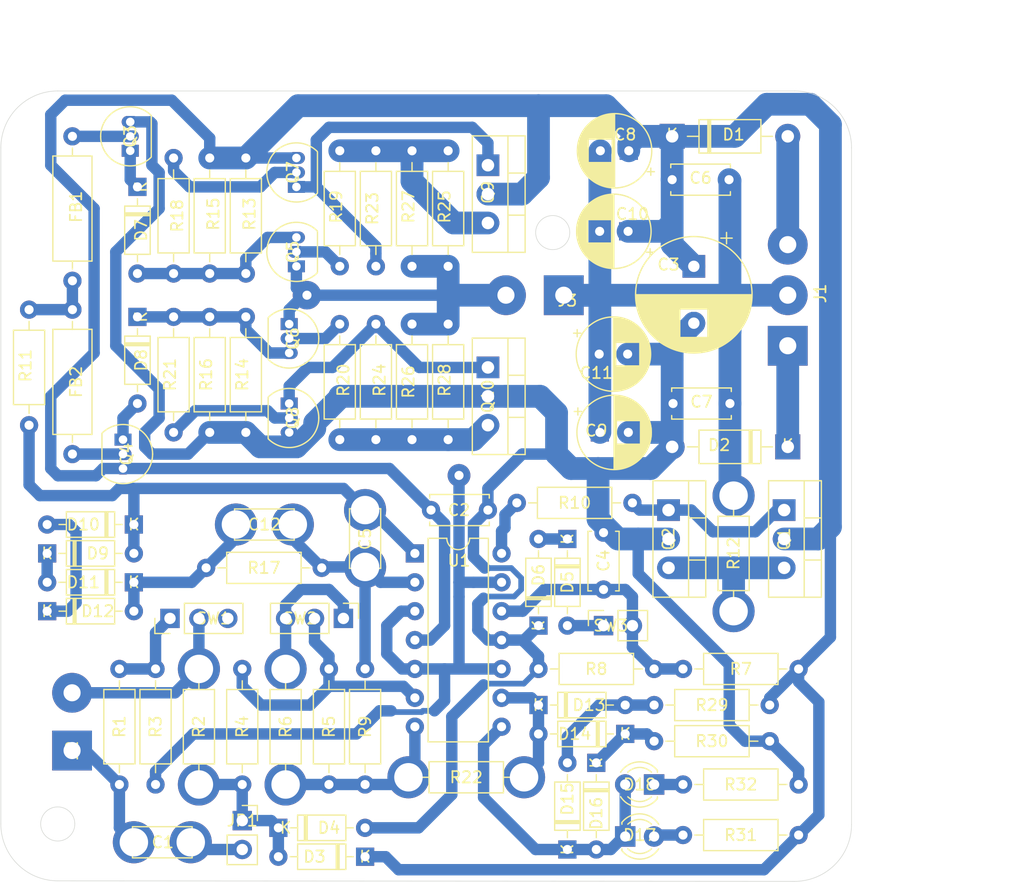
<source format=kicad_pcb>
(kicad_pcb (version 20171130) (host pcbnew 5.1.5+dfsg1-2build2)
  (layers (0 F.Cu signal hide) (31 B.Cu signal) (34 B.Paste user hide) (35 F.Paste user hide) (36 B.SilkS user hide) (37 F.SilkS user hide) (38 B.Mask user hide) (39 F.Mask user hide) (44 Edge.Cuts user))
  (net 0 "")
  (net 1 GND)
  (net 2 /BW_cap)
  (net 3 +15V)
  (net 4 -15V)
  (net 5 /GND_ref)
  (net 6 /DRV_out)
  (net 7 /DRV_fb)
  (net 8 /OUT)
  (net 9 /Vin+)
  (net 10 /Vin-)
  (net 11 /IN_prot)
  (net 12 "Net-(D5-Pad1)")
  (net 13 /Uni_ref)
  (net 14 "Net-(D7-Pad1)")
  (net 15 /Soure_preDrive)
  (net 16 /Sink_preDrive)
  (net 17 "Net-(D8-Pad2)")
  (net 18 "Net-(D11-Pad1)")
  (net 19 "Net-(D10-Pad1)")
  (net 20 /OOR_in)
  (net 21 /OOR_B+)
  (net 22 /OOR_B-)
  (net 23 /OOR_out)
  (net 24 /OOR_LED+)
  (net 25 /OOR_LED-)
  (net 26 /DRV_base)
  (net 27 "Net-(FB1-Pad1)")
  (net 28 "Net-(FB2-Pad1)")
  (net 29 /IN)
  (net 30 /GND_DRV)
  (net 31 "Net-(Q1-Pad3)")
  (net 32 "Net-(Q5-Pad2)")
  (net 33 "Net-(Q6-Pad2)")
  (net 34 /Soucre_Drive)
  (net 35 "Net-(Q7-Pad2)")
  (net 36 "Net-(Q8-Pad2)")
  (net 37 /Sink_Drive)
  (net 38 /Source_CS)
  (net 39 /Sink_CS)
  (net 40 /Termination)
  (net 41 /IN_ampFb)
  (net 42 /IN_ampOut)
  (net 43 "Net-(R6-Pad1)")
  (net 44 "Net-(R10-Pad2)")
  (module Package_DIP:DIP-14_W7.62mm (layer F.Cu) (at 226.625 113.665)
    (fp_text reference U1 (at 3.88 0.635) (layer F.SilkS))
    (fp_text value TL084)
    (pad 1 thru_hole rect (at 0 0) (size 1.6 1.6) (drill 0.8) (layers *.Cu *.Mask) (net 6 /DRV_out))
    (pad 8 thru_hole oval (at 7.62 15.24) (size 1.6 1.6) (drill 0.8) (layers *.Cu *.Mask) (net 23 /OOR_out))
    (pad 2 thru_hole oval (at 0 2.54) (size 1.6 1.6) (drill 0.8) (layers *.Cu *.Mask) (net 7 /DRV_fb))
    (pad 9 thru_hole oval (at 7.62 12.7) (size 1.6 1.6) (drill 0.8) (layers *.Cu *.Mask) (net 20 /OOR_in))
    (pad 3 thru_hole oval (at 0 5.08) (size 1.6 1.6) (drill 0.8) (layers *.Cu *.Mask) (net 1 GND))
    (pad 10 thru_hole oval (at 7.62 10.16) (size 1.6 1.6) (drill 0.8) (layers *.Cu *.Mask) (net 1 GND))
    (pad 4 thru_hole oval (at 0 7.62) (size 1.6 1.6) (drill 0.8) (layers *.Cu *.Mask) (net 3 +15V))
    (pad 11 thru_hole oval (at 7.62 7.62) (size 1.6 1.6) (drill 0.8) (layers *.Cu *.Mask) (net 4 -15V))
    (pad 5 thru_hole oval (at 0 10.16) (size 1.6 1.6) (drill 0.8) (layers *.Cu *.Mask) (net 1 GND))
    (pad 12 thru_hole oval (at 7.62 5.08) (size 1.6 1.6) (drill 0.8) (layers *.Cu *.Mask) (net 5 /GND_ref))
    (pad 6 thru_hole oval (at 0 12.7) (size 1.6 1.6) (drill 0.8) (layers *.Cu *.Mask) (net 41 /IN_ampFb))
    (pad 13 thru_hole oval (at 7.62 2.54) (size 1.6 1.6) (drill 0.8) (layers *.Cu *.Mask) (net 1 GND))
    (pad 7 thru_hole oval (at 0 15.24) (size 1.6 1.6) (drill 0.8) (layers *.Cu *.Mask) (net 42 /IN_ampOut))
    (pad 14 thru_hole oval (at 7.62 0) (size 1.6 1.6) (drill 0.8) (layers *.Cu *.Mask) (net 44 "Net-(R10-Pad2)"))
  )
  (module LED_THT:LED_D3.0mm (layer F.Cu) (at 247.65 133.985 180)
    (fp_text reference D18 (at 1.27 0) (layer F.SilkS))
    (fp_text value LED)
    (pad 2 thru_hole circle (at 2.54 0 180) (size 1.8 1.8) (drill 0.9) (layers *.Cu *.Mask) (net 23 /OOR_out))
    (pad 1 thru_hole rect (at 0 0 180) (size 1.8 1.8) (drill 0.9) (layers *.Cu *.Mask) (net 25 /OOR_LED-))
  )
  (module LED_THT:LED_D3.0mm (layer F.Cu) (at 245.11 138.557)
    (fp_text reference D17 (at 1.27 -0.127) (layer F.SilkS))
    (fp_text value LED)
    (pad 2 thru_hole circle (at 2.54 0) (size 1.8 1.8) (drill 0.9) (layers *.Cu *.Mask) (net 24 /OOR_LED+))
    (pad 1 thru_hole rect (at 0 0) (size 1.8 1.8) (drill 0.9) (layers *.Cu *.Mask) (net 23 /OOR_out))
  )
  (module footprints:R_Socket_L6.3mm_D2.5mm_P10.16mm_Horizontal (layer F.Cu) (at 254.635 108.585 270)
    (fp_text reference R12 (at 5.08 0 90) (layer F.SilkS))
    (fp_text value 10)
    (pad 1 thru_hole circle (at 0 0 270) (size 3.7 3.7) (drill 2.5) (layers *.Cu *.Mask) (net 1 GND))
    (pad 2 thru_hole circle (at 10.16 0 270) (size 3.7 3.7) (drill 2.5) (layers *.Cu *.Mask) (net 31 "Net-(Q1-Pad3)"))
  )
  (module Resistor_THT:R_Axial_DIN0207_L6.3mm_D2.5mm_P10.16mm_Horizontal (layer F.Cu) (at 245.745 109.22 180)
    (fp_text reference R10 (at 5.08 0) (layer F.SilkS))
    (fp_text value 100)
    (pad 2 thru_hole oval (at 10.16 0 180) (size 1.6 1.6) (drill 0.8) (layers *.Cu *.Mask) (net 44 "Net-(R10-Pad2)"))
    (pad 1 thru_hole circle (at 0 0 180) (size 1.6 1.6) (drill 0.8) (layers *.Cu *.Mask) (net 30 /GND_DRV))
  )
  (module footprints:R_Socket_L6.3mm_D2.5mm_P10.16mm_Horizontal (layer F.Cu) (at 236.22 133.35 180)
    (fp_text reference R22 (at 5.08 0) (layer F.SilkS))
    (fp_text value 10k)
    (pad 1 thru_hole circle (at 0 0 180) (size 3.7 3.7) (drill 2.5) (layers *.Cu *.Mask) (net 20 /OOR_in))
    (pad 2 thru_hole circle (at 10.16 0 180) (size 3.7 3.7) (drill 2.5) (layers *.Cu *.Mask) (net 42 /IN_ampOut))
  )
  (module Resistor_THT:R_Axial_DIN0207_L6.3mm_D2.5mm_P10.16mm_Horizontal (layer F.Cu) (at 260.35 133.985 180)
    (fp_text reference R32 (at 5.08 0) (layer F.SilkS))
    (fp_text value 1k)
    (pad 2 thru_hole oval (at 10.16 0 180) (size 1.6 1.6) (drill 0.8) (layers *.Cu *.Mask) (net 25 /OOR_LED-))
    (pad 1 thru_hole circle (at 0 0 180) (size 1.6 1.6) (drill 0.8) (layers *.Cu *.Mask) (net 4 -15V))
  )
  (module Resistor_THT:R_Axial_DIN0207_L6.3mm_D2.5mm_P10.16mm_Horizontal (layer F.Cu) (at 250.19 138.43)
    (fp_text reference R31 (at 5.08 0) (layer F.SilkS))
    (fp_text value 1k)
    (pad 1 thru_hole circle (at 0 0) (size 1.6 1.6) (drill 0.8) (layers *.Cu *.Mask) (net 24 /OOR_LED+))
    (pad 2 thru_hole oval (at 10.16 0) (size 1.6 1.6) (drill 0.8) (layers *.Cu *.Mask) (net 3 +15V))
  )
  (module Resistor_THT:R_Axial_DIN0207_L6.3mm_D2.5mm_P10.16mm_Horizontal (layer F.Cu) (at 257.81 130.175 180)
    (fp_text reference R30 (at 5.08 0) (layer F.SilkS))
    (fp_text value 10k)
    (pad 2 thru_hole oval (at 10.16 0 180) (size 1.6 1.6) (drill 0.8) (layers *.Cu *.Mask) (net 22 /OOR_B-))
    (pad 1 thru_hole circle (at 0 0 180) (size 1.6 1.6) (drill 0.8) (layers *.Cu *.Mask) (net 4 -15V))
  )
  (module Resistor_THT:R_Axial_DIN0207_L6.3mm_D2.5mm_P10.16mm_Horizontal (layer F.Cu) (at 257.81 127 180)
    (fp_text reference R29 (at 5.08 0) (layer F.SilkS))
    (fp_text value 10k)
    (pad 2 thru_hole oval (at 10.16 0 180) (size 1.6 1.6) (drill 0.8) (layers *.Cu *.Mask) (net 21 /OOR_B+))
    (pad 1 thru_hole circle (at 0 0 180) (size 1.6 1.6) (drill 0.8) (layers *.Cu *.Mask) (net 3 +15V))
  )
  (module Resistor_THT:R_Axial_DIN0207_L6.3mm_D2.5mm_P10.16mm_Horizontal (layer F.Cu) (at 229.55 103.66 90)
    (fp_text reference R28 (at 5.235 -0.315 90) (layer F.SilkS))
    (fp_text value 1)
    (pad 2 thru_hole oval (at 10.16 0 90) (size 1.6 1.6) (drill 0.8) (layers *.Cu *.Mask) (net 8 /OUT))
    (pad 1 thru_hole circle (at 0 0 90) (size 1.6 1.6) (drill 0.8) (layers *.Cu *.Mask) (net 39 /Sink_CS))
  )
  (module Resistor_THT:R_Axial_DIN0207_L6.3mm_D2.5mm_P10.16mm_Horizontal (layer F.Cu) (at 226.375 88.42 90)
    (fp_text reference R27 (at 5.235 -0.315 90) (layer F.SilkS))
    (fp_text value 1)
    (pad 2 thru_hole oval (at 10.16 0 90) (size 1.6 1.6) (drill 0.8) (layers *.Cu *.Mask) (net 38 /Source_CS))
    (pad 1 thru_hole circle (at 0 0 90) (size 1.6 1.6) (drill 0.8) (layers *.Cu *.Mask) (net 8 /OUT))
  )
  (module Resistor_THT:R_Axial_DIN0207_L6.3mm_D2.5mm_P10.16mm_Horizontal (layer F.Cu) (at 226.375 103.66 90)
    (fp_text reference R26 (at 5.08 -0.315 90) (layer F.SilkS))
    (fp_text value 1)
    (pad 2 thru_hole oval (at 10.16 0 90) (size 1.6 1.6) (drill 0.8) (layers *.Cu *.Mask) (net 8 /OUT))
    (pad 1 thru_hole circle (at 0 0 90) (size 1.6 1.6) (drill 0.8) (layers *.Cu *.Mask) (net 39 /Sink_CS))
  )
  (module Resistor_THT:R_Axial_DIN0207_L6.3mm_D2.5mm_P10.16mm_Horizontal (layer F.Cu) (at 229.55 88.42 90)
    (fp_text reference R25 (at 5.235 -0.315 90) (layer F.SilkS))
    (fp_text value 1)
    (pad 2 thru_hole oval (at 10.16 0 90) (size 1.6 1.6) (drill 0.8) (layers *.Cu *.Mask) (net 38 /Source_CS))
    (pad 1 thru_hole circle (at 0 0 90) (size 1.6 1.6) (drill 0.8) (layers *.Cu *.Mask) (net 8 /OUT))
  )
  (module Resistor_THT:R_Axial_DIN0207_L6.3mm_D2.5mm_P10.16mm_Horizontal (layer F.Cu) (at 223.2 93.5 270)
    (fp_text reference R24 (at 4.925 -0.32 90) (layer F.SilkS))
    (fp_text value 1k)
    (pad 2 thru_hole oval (at 10.16 0 270) (size 1.6 1.6) (drill 0.8) (layers *.Cu *.Mask) (net 39 /Sink_CS))
    (pad 1 thru_hole circle (at 0 0 270) (size 1.6 1.6) (drill 0.8) (layers *.Cu *.Mask) (net 37 /Sink_Drive))
  )
  (module Resistor_THT:R_Axial_DIN0207_L6.3mm_D2.5mm_P10.16mm_Horizontal (layer F.Cu) (at 223.2 78.26 270)
    (fp_text reference R23 (at 5.08 0.315 90) (layer F.SilkS))
    (fp_text value 1k)
    (pad 2 thru_hole oval (at 10.16 0 270) (size 1.6 1.6) (drill 0.8) (layers *.Cu *.Mask) (net 34 /Soucre_Drive))
    (pad 1 thru_hole circle (at 0 0 270) (size 1.6 1.6) (drill 0.8) (layers *.Cu *.Mask) (net 38 /Source_CS))
  )
  (module Resistor_THT:R_Axial_DIN0207_L6.3mm_D2.5mm_P10.16mm_Horizontal (layer F.Cu) (at 205.42 103.025 90)
    (fp_text reference R21 (at 5.08 -0.315 90) (layer F.SilkS))
    (fp_text value 100)
    (pad 2 thru_hole oval (at 10.16 0 90) (size 1.6 1.6) (drill 0.8) (layers *.Cu *.Mask) (net 16 /Sink_preDrive))
    (pad 1 thru_hole circle (at 0 0 90) (size 1.6 1.6) (drill 0.8) (layers *.Cu *.Mask) (net 36 "Net-(Q8-Pad2)"))
  )
  (module Resistor_THT:R_Axial_DIN0207_L6.3mm_D2.5mm_P10.16mm_Horizontal (layer F.Cu) (at 220.025 93.5 270)
    (fp_text reference R20 (at 4.925 -0.32 90) (layer F.SilkS))
    (fp_text value 1k)
    (pad 2 thru_hole oval (at 10.16 0 270) (size 1.6 1.6) (drill 0.8) (layers *.Cu *.Mask) (net 39 /Sink_CS))
    (pad 1 thru_hole circle (at 0 0 270) (size 1.6 1.6) (drill 0.8) (layers *.Cu *.Mask) (net 33 "Net-(Q6-Pad2)"))
  )
  (module Resistor_THT:R_Axial_DIN0207_L6.3mm_D2.5mm_P10.16mm_Horizontal (layer F.Cu) (at 220.025 88.42 90)
    (fp_text reference R19 (at 5.235 -0.315 90) (layer F.SilkS))
    (fp_text value 1k)
    (pad 2 thru_hole oval (at 10.16 0 90) (size 1.6 1.6) (drill 0.8) (layers *.Cu *.Mask) (net 38 /Source_CS))
    (pad 1 thru_hole circle (at 0 0 90) (size 1.6 1.6) (drill 0.8) (layers *.Cu *.Mask) (net 32 "Net-(Q5-Pad2)"))
  )
  (module Resistor_THT:R_Axial_DIN0207_L6.3mm_D2.5mm_P10.16mm_Horizontal (layer F.Cu) (at 205.42 78.895 270)
    (fp_text reference R18 (at 5.08 -0.32 90) (layer F.SilkS))
    (fp_text value 100)
    (pad 2 thru_hole oval (at 10.16 0 270) (size 1.6 1.6) (drill 0.8) (layers *.Cu *.Mask) (net 15 /Soure_preDrive))
    (pad 1 thru_hole circle (at 0 0 270) (size 1.6 1.6) (drill 0.8) (layers *.Cu *.Mask) (net 35 "Net-(Q7-Pad2)"))
  )
  (module Resistor_THT:R_Axial_DIN0207_L6.3mm_D2.5mm_P10.16mm_Horizontal (layer F.Cu) (at 218.44 114.935 180)
    (fp_text reference R17 (at 5.08 0) (layer F.SilkS))
    (fp_text value 1k)
    (pad 2 thru_hole oval (at 10.16 0 180) (size 1.6 1.6) (drill 0.8) (layers *.Cu *.Mask) (net 8 /OUT))
    (pad 1 thru_hole circle (at 0 0 180) (size 1.6 1.6) (drill 0.8) (layers *.Cu *.Mask) (net 7 /DRV_fb))
  )
  (module Resistor_THT:R_Axial_DIN0207_L6.3mm_D2.5mm_P10.16mm_Horizontal (layer F.Cu) (at 208.595 103.025 90)
    (fp_text reference R16 (at 5.08 -0.315 90) (layer F.SilkS))
    (fp_text value 4.7k)
    (pad 2 thru_hole oval (at 10.16 0 90) (size 1.6 1.6) (drill 0.8) (layers *.Cu *.Mask) (net 16 /Sink_preDrive))
    (pad 1 thru_hole circle (at 0 0 90) (size 1.6 1.6) (drill 0.8) (layers *.Cu *.Mask) (net 4 -15V))
  )
  (module Resistor_THT:R_Axial_DIN0207_L6.3mm_D2.5mm_P10.16mm_Horizontal (layer F.Cu) (at 208.595 89.055 90)
    (fp_text reference R15 (at 5.235 0.32 90) (layer F.SilkS))
    (fp_text value 4.7k)
    (pad 2 thru_hole oval (at 10.16 0 90) (size 1.6 1.6) (drill 0.8) (layers *.Cu *.Mask) (net 3 +15V))
    (pad 1 thru_hole circle (at 0 0 90) (size 1.6 1.6) (drill 0.8) (layers *.Cu *.Mask) (net 15 /Soure_preDrive))
  )
  (module Resistor_THT:R_Axial_DIN0207_L6.3mm_D2.5mm_P10.16mm_Horizontal (layer F.Cu) (at 211.77 103.025 90)
    (fp_text reference R14 (at 5.08 -0.315 90) (layer F.SilkS))
    (fp_text value 4.7k)
    (pad 2 thru_hole oval (at 10.16 0 90) (size 1.6 1.6) (drill 0.8) (layers *.Cu *.Mask) (net 16 /Sink_preDrive))
    (pad 1 thru_hole circle (at 0 0 90) (size 1.6 1.6) (drill 0.8) (layers *.Cu *.Mask) (net 4 -15V))
  )
  (module Resistor_THT:R_Axial_DIN0207_L6.3mm_D2.5mm_P10.16mm_Horizontal (layer F.Cu) (at 211.77 89.055 90)
    (fp_text reference R13 (at 5.235 0.32 90) (layer F.SilkS))
    (fp_text value 4.7k)
    (pad 2 thru_hole oval (at 10.16 0 90) (size 1.6 1.6) (drill 0.8) (layers *.Cu *.Mask) (net 3 +15V))
    (pad 1 thru_hole circle (at 0 0 90) (size 1.6 1.6) (drill 0.8) (layers *.Cu *.Mask) (net 15 /Soure_preDrive))
  )
  (module Resistor_THT:R_Axial_DIN0207_L6.3mm_D2.5mm_P10.16mm_Horizontal (layer F.Cu) (at 192.72 92.23 270)
    (fp_text reference R11 (at 4.925 0.315 90) (layer F.SilkS))
    (fp_text value 100)
    (pad 2 thru_hole oval (at 10.16 0 270) (size 1.6 1.6) (drill 0.8) (layers *.Cu *.Mask) (net 6 /DRV_out))
    (pad 1 thru_hole circle (at 0 0 270) (size 1.6 1.6) (drill 0.8) (layers *.Cu *.Mask) (net 26 /DRV_base))
  )
  (module Resistor_THT:R_Axial_DIN0207_L6.3mm_D2.5mm_P10.16mm_Horizontal (layer F.Cu) (at 222.25 123.825 270)
    (fp_text reference R9 (at 5.08 0 90) (layer F.SilkS))
    (fp_text value 1k)
    (pad 2 thru_hole oval (at 10.16 0 270) (size 1.6 1.6) (drill 0.8) (layers *.Cu *.Mask) (net 42 /IN_ampOut))
    (pad 1 thru_hole circle (at 0 0 270) (size 1.6 1.6) (drill 0.8) (layers *.Cu *.Mask) (net 7 /DRV_fb))
  )
  (module Resistor_THT:R_Axial_DIN0207_L6.3mm_D2.5mm_P10.16mm_Horizontal (layer F.Cu) (at 237.49 123.825)
    (fp_text reference R8 (at 5.08 0) (layer F.SilkS))
    (fp_text value 10k)
    (pad 2 thru_hole oval (at 10.16 0) (size 1.6 1.6) (drill 0.8) (layers *.Cu *.Mask) (net 5 /GND_ref))
    (pad 1 thru_hole circle (at 0 0) (size 1.6 1.6) (drill 0.8) (layers *.Cu *.Mask) (net 4 -15V))
  )
  (module Resistor_THT:R_Axial_DIN0207_L6.3mm_D2.5mm_P10.16mm_Horizontal (layer F.Cu) (at 250.19 123.825)
    (fp_text reference R7 (at 5.08 0) (layer F.SilkS))
    (fp_text value 10k)
    (pad 2 thru_hole oval (at 10.16 0) (size 1.6 1.6) (drill 0.8) (layers *.Cu *.Mask) (net 3 +15V))
    (pad 1 thru_hole circle (at 0 0) (size 1.6 1.6) (drill 0.8) (layers *.Cu *.Mask) (net 5 /GND_ref))
  )
  (module footprints:R_Socket_L6.3mm_D2.5mm_P10.16mm_Horizontal (layer F.Cu) (at 215.265 123.825 270)
    (fp_text reference R6 (at 5.08 0 90) (layer F.SilkS))
    (fp_text value 1k11)
    (pad 1 thru_hole circle (at 0 0 270) (size 3.7 3.7) (drill 2.5) (layers *.Cu *.Mask) (net 43 "Net-(R6-Pad1)"))
    (pad 2 thru_hole circle (at 10.16 0 270) (size 3.7 3.7) (drill 2.5) (layers *.Cu *.Mask) (net 42 /IN_ampOut))
  )
  (module Resistor_THT:R_Axial_DIN0207_L6.3mm_D2.5mm_P10.16mm_Horizontal (layer F.Cu) (at 219.075 123.825 270)
    (fp_text reference R5 (at 5.08 0 90) (layer F.SilkS))
    (fp_text value 10k)
    (pad 2 thru_hole oval (at 10.16 0 270) (size 1.6 1.6) (drill 0.8) (layers *.Cu *.Mask) (net 42 /IN_ampOut))
    (pad 1 thru_hole circle (at 0 0 270) (size 1.6 1.6) (drill 0.8) (layers *.Cu *.Mask) (net 41 /IN_ampFb))
  )
  (module Resistor_THT:R_Axial_DIN0207_L6.3mm_D2.5mm_P10.16mm_Horizontal (layer F.Cu) (at 211.455 133.985 90)
    (fp_text reference R4 (at 5.08 0 90) (layer F.SilkS))
    (fp_text value 1k)
    (pad 2 thru_hole oval (at 10.16 0 90) (size 1.6 1.6) (drill 0.8) (layers *.Cu *.Mask) (net 41 /IN_ampFb))
    (pad 1 thru_hole circle (at 0 0 90) (size 1.6 1.6) (drill 0.8) (layers *.Cu *.Mask) (net 11 /IN_prot))
  )
  (module Resistor_THT:R_Axial_DIN0207_L6.3mm_D2.5mm_P10.16mm_Horizontal (layer F.Cu) (at 203.835 123.825 270)
    (fp_text reference R3 (at 5.08 0 90) (layer F.SilkS))
    (fp_text value 100)
    (pad 2 thru_hole oval (at 10.16 0 270) (size 1.6 1.6) (drill 0.8) (layers *.Cu *.Mask) (net 1 GND))
    (pad 1 thru_hole circle (at 0 0 270) (size 1.6 1.6) (drill 0.8) (layers *.Cu *.Mask) (net 40 /Termination))
  )
  (module footprints:R_Socket_L6.3mm_D2.5mm_P10.16mm_Horizontal (layer F.Cu) (at 207.645 123.825 270)
    (fp_text reference R2 (at 5.08 0 90) (layer F.SilkS))
    (fp_text value 1k)
    (pad 1 thru_hole circle (at 0 0 270) (size 3.7 3.7) (drill 2.5) (layers *.Cu *.Mask) (net 29 /IN))
    (pad 2 thru_hole circle (at 10.16 0 270) (size 3.7 3.7) (drill 2.5) (layers *.Cu *.Mask) (net 11 /IN_prot))
  )
  (module Resistor_THT:R_Axial_DIN0207_L6.3mm_D2.5mm_P10.16mm_Horizontal (layer F.Cu) (at 200.66 123.825 270)
    (fp_text reference R1 (at 5.08 0 90) (layer F.SilkS))
    (fp_text value 100)
    (pad 2 thru_hole oval (at 10.16 0 270) (size 1.6 1.6) (drill 0.8) (layers *.Cu *.Mask) (net 1 GND))
    (pad 1 thru_hole circle (at 0 0 270) (size 1.6 1.6) (drill 0.8) (layers *.Cu *.Mask) (net 40 /Termination))
  )
  (module footprints:C_Socket_D5.0mm_W2.5mm_P5.00mm (layer F.Cu) (at 210.9 111.125)
    (fp_text reference C12 (at 2.5 0) (layer F.SilkS))
    (fp_text value 22p)
    (pad 1 thru_hole circle (at 0 0) (size 3.7 3.7) (drill 2.5) (layers *.Cu *.Mask) (net 8 /OUT))
    (pad 2 thru_hole circle (at 5 0) (size 3.7 3.7) (drill 2.5) (layers *.Cu *.Mask) (net 7 /DRV_fb))
  )
  (module footprints:C_Socket_D5.0mm_W2.5mm_P5.00mm (layer F.Cu) (at 222.25 109.855 270)
    (fp_text reference C5 (at 2.54 0 90) (layer F.SilkS))
    (fp_text value 3p)
    (pad 1 thru_hole circle (at 0 0 270) (size 3.7 3.7) (drill 2.5) (layers *.Cu *.Mask) (net 6 /DRV_out))
    (pad 2 thru_hole circle (at 5 0 270) (size 3.7 3.7) (drill 2.5) (layers *.Cu *.Mask) (net 7 /DRV_fb))
  )
  (module footprints:C_Socket_D5.0mm_W2.5mm_P5.00mm (layer F.Cu) (at 201.93 139.065)
    (fp_text reference C1 (at 2.54 0) (layer F.SilkS))
    (fp_text value 15n)
    (pad 1 thru_hole circle (at 0 0) (size 3.7 3.7) (drill 2.5) (layers *.Cu *.Mask) (net 1 GND))
    (pad 2 thru_hole circle (at 5 0) (size 3.7 3.7) (drill 2.5) (layers *.Cu *.Mask) (net 2 /BW_cap))
  )
  (module Capacitor_THT:CP_Radial_D10.0mm_P5.00mm (layer F.Cu) (at 251.14 88.42 270)
    (fp_text reference C3 (at -0.155 2.22 180) (layer F.SilkS))
    (fp_text value 100u)
    (pad 2 thru_hole circle (at 5 0 270) (size 2 2) (drill 1) (layers *.Cu *.Mask) (net 4 -15V))
    (pad 1 thru_hole rect (at 0 0 270) (size 2 2) (drill 1) (layers *.Cu *.Mask) (net 3 +15V))
  )
  (module Capacitor_THT:C_Disc_D5.0mm_W2.5mm_P5.00mm (layer F.Cu) (at 249.235 80.8)
    (fp_text reference C6 (at 2.5 -0.155) (layer F.SilkS))
    (fp_text value 100n)
    (pad 1 thru_hole circle (at 0 0) (size 1.6 1.6) (drill 0.8) (layers *.Cu *.Mask) (net 3 +15V))
    (pad 2 thru_hole circle (at 5 0) (size 1.6 1.6) (drill 0.8) (layers *.Cu *.Mask) (net 1 GND))
  )
  (module Capacitor_THT:C_Disc_D5.0mm_W2.5mm_P5.00mm (layer F.Cu) (at 228.045 109.855)
    (fp_text reference C2 (at 2.46 0) (layer F.SilkS))
    (fp_text value 100n)
    (pad 1 thru_hole circle (at 0 0) (size 1.6 1.6) (drill 0.8) (layers *.Cu *.Mask) (net 3 +15V))
    (pad 2 thru_hole circle (at 5 0) (size 1.6 1.6) (drill 0.8) (layers *.Cu *.Mask) (net 4 -15V))
  )
  (module Capacitor_THT:C_Disc_D5.0mm_W2.5mm_P5.00mm (layer F.Cu) (at 243.205 116.84 90)
    (fp_text reference C4 (at 2.54 0 90) (layer F.SilkS))
    (fp_text value 100n)
    (pad 2 thru_hole circle (at 5 0 90) (size 1.6 1.6) (drill 0.8) (layers *.Cu *.Mask) (net 4 -15V))
    (pad 1 thru_hole circle (at 0 0 90) (size 1.6 1.6) (drill 0.8) (layers *.Cu *.Mask) (net 5 /GND_ref))
  )
  (module Capacitor_THT:C_Disc_D5.0mm_W2.5mm_P5.00mm (layer F.Cu) (at 254.315 100.485 180)
    (fp_text reference C7 (at 2.5 0.155) (layer F.SilkS))
    (fp_text value 100n)
    (pad 2 thru_hole circle (at 5 0 180) (size 1.6 1.6) (drill 0.8) (layers *.Cu *.Mask) (net 4 -15V))
    (pad 1 thru_hole circle (at 0 0 180) (size 1.6 1.6) (drill 0.8) (layers *.Cu *.Mask) (net 1 GND))
  )
  (module Capacitor_THT:CP_Radial_D6.3mm_P2.50mm (layer F.Cu) (at 245.425 78.26 180)
    (fp_text reference C8 (at 0.315 1.425) (layer F.SilkS))
    (fp_text value 10u)
    (pad 1 thru_hole rect (at 0 0 180) (size 1.6 1.6) (drill 0.8) (layers *.Cu *.Mask) (net 3 +15V))
    (pad 2 thru_hole circle (at 2.5 0 180) (size 1.6 1.6) (drill 0.8) (layers *.Cu *.Mask) (net 1 GND))
  )
  (module Capacitor_THT:CP_Radial_D6.3mm_P2.50mm (layer F.Cu) (at 242.885 103.025)
    (fp_text reference C9 (at -0.315 -0.155) (layer F.SilkS))
    (fp_text value 10u)
    (pad 1 thru_hole rect (at 0 0) (size 1.6 1.6) (drill 0.8) (layers *.Cu *.Mask) (net 1 GND))
    (pad 2 thru_hole circle (at 2.5 0) (size 1.6 1.6) (drill 0.8) (layers *.Cu *.Mask) (net 4 -15V))
  )
  (module Capacitor_THT:CP_Radial_D6.3mm_P2.50mm (layer F.Cu) (at 245.364 85.344 180)
    (fp_text reference C10 (at -0.381 1.524) (layer F.SilkS))
    (fp_text value 10u)
    (pad 2 thru_hole circle (at 2.5 0 180) (size 1.6 1.6) (drill 0.8) (layers *.Cu *.Mask) (net 1 GND))
    (pad 1 thru_hole rect (at 0 0 180) (size 1.6 1.6) (drill 0.8) (layers *.Cu *.Mask) (net 3 +15V))
  )
  (module Capacitor_THT:CP_Radial_D6.3mm_P2.50mm (layer F.Cu) (at 242.824 96.139)
    (fp_text reference C11 (at -0.254 1.651) (layer F.SilkS))
    (fp_text value 10u)
    (pad 1 thru_hole rect (at 0 0) (size 1.6 1.6) (drill 0.8) (layers *.Cu *.Mask) (net 1 GND))
    (pad 2 thru_hole circle (at 2.5 0) (size 1.6 1.6) (drill 0.8) (layers *.Cu *.Mask) (net 4 -15V))
  )
  (module Diode_THT:D_DO-41_SOD81_P10.16mm_Horizontal (layer F.Cu) (at 249.235 76.99)
    (fp_text reference D1 (at 5.4 -0.155) (layer F.SilkS))
    (fp_text value 1N4001)
    (fp_text user K (at 0 -0.155) (layer F.SilkS))
    (pad 2 thru_hole oval (at 10.16 0) (size 2.2 2.2) (drill 1.1) (layers *.Cu *.Mask) (net 9 /Vin+))
    (pad 1 thru_hole rect (at 0 0) (size 2.2 2.2) (drill 1.1) (layers *.Cu *.Mask) (net 3 +15V))
  )
  (module Diode_THT:D_DO-41_SOD81_P10.16mm_Horizontal (layer F.Cu) (at 259.395 104.295 180)
    (fp_text reference D2 (at 6.03 0.155) (layer F.SilkS))
    (fp_text value 1N4001)
    (fp_text user K (at 0 0.155) (layer F.SilkS))
    (pad 1 thru_hole rect (at 0 0 180) (size 2.2 2.2) (drill 1.1) (layers *.Cu *.Mask) (net 10 /Vin-))
    (pad 2 thru_hole oval (at 10.16 0 180) (size 2.2 2.2) (drill 1.1) (layers *.Cu *.Mask) (net 4 -15V))
  )
  (module Diode_THT:D_DO-35_SOD27_P7.62mm_Horizontal (layer F.Cu) (at 222.25 140.335 180)
    (fp_text reference D3 (at 4.445 0) (layer F.SilkS))
    (fp_text value 1N4148)
    (fp_text user K (at 0 0) (layer F.SilkS))
    (pad 2 thru_hole oval (at 7.62 0 180) (size 1.6 1.6) (drill 0.8) (layers *.Cu *.Mask) (net 11 /IN_prot))
    (pad 1 thru_hole rect (at 0 0 180) (size 1.6 1.6) (drill 0.8) (layers *.Cu *.Mask) (net 3 +15V))
  )
  (module Diode_THT:D_DO-35_SOD27_P7.62mm_Horizontal (layer F.Cu) (at 214.63 137.795)
    (fp_text reference D4 (at 4.445 0) (layer F.SilkS))
    (fp_text value 1N4148)
    (fp_text user K (at 0.635 0) (layer F.SilkS))
    (pad 2 thru_hole oval (at 7.62 0) (size 1.6 1.6) (drill 0.8) (layers *.Cu *.Mask) (net 4 -15V))
    (pad 1 thru_hole rect (at 0 0) (size 1.6 1.6) (drill 0.8) (layers *.Cu *.Mask) (net 11 /IN_prot))
  )
  (module Diode_THT:D_DO-35_SOD27_P7.62mm_Horizontal (layer F.Cu) (at 240.03 112.395 270)
    (fp_text reference D5 (at 3.81 0 90) (layer F.SilkS))
    (fp_text value 1N4148)
    (fp_text user K (at 0 0 90) (layer F.SilkS))
    (pad 1 thru_hole rect (at 0 0 270) (size 1.6 1.6) (drill 0.8) (layers *.Cu *.Mask) (net 12 "Net-(D5-Pad1)"))
    (pad 2 thru_hole oval (at 7.62 0 270) (size 1.6 1.6) (drill 0.8) (layers *.Cu *.Mask) (net 13 /Uni_ref))
  )
  (module Diode_THT:D_DO-35_SOD27_P7.62mm_Horizontal (layer F.Cu) (at 237.49 120.015 90)
    (fp_text reference D6 (at 4.445 0 90) (layer F.SilkS))
    (fp_text value 1N4148)
    (fp_text user K (at 0 0 90) (layer F.SilkS))
    (pad 2 thru_hole oval (at 7.62 0 90) (size 1.6 1.6) (drill 0.8) (layers *.Cu *.Mask) (net 12 "Net-(D5-Pad1)"))
    (pad 1 thru_hole rect (at 0 0 90) (size 1.6 1.6) (drill 0.8) (layers *.Cu *.Mask) (net 4 -15V))
  )
  (module Diode_THT:D_DO-35_SOD27_P7.62mm_Horizontal (layer F.Cu) (at 202.245 81.435 270)
    (fp_text reference D7 (at 3.81 -0.32 90) (layer F.SilkS))
    (fp_text value 1N4148)
    (fp_text user K (at 0 -0.32 90) (layer F.SilkS))
    (pad 1 thru_hole rect (at 0 0 270) (size 1.6 1.6) (drill 0.8) (layers *.Cu *.Mask) (net 14 "Net-(D7-Pad1)"))
    (pad 2 thru_hole oval (at 7.62 0 270) (size 1.6 1.6) (drill 0.8) (layers *.Cu *.Mask) (net 15 /Soure_preDrive))
  )
  (module Diode_THT:D_DO-35_SOD27_P7.62mm_Horizontal (layer F.Cu) (at 202.245 92.865 270)
    (fp_text reference D8 (at 3.81 -0.32 90) (layer F.SilkS))
    (fp_text value 1N4148)
    (fp_text user K (at 0 -0.32 90) (layer F.SilkS))
    (pad 1 thru_hole rect (at 0 0 270) (size 1.6 1.6) (drill 0.8) (layers *.Cu *.Mask) (net 16 /Sink_preDrive))
    (pad 2 thru_hole oval (at 7.62 0 270) (size 1.6 1.6) (drill 0.8) (layers *.Cu *.Mask) (net 17 "Net-(D8-Pad2)"))
  )
  (module Diode_THT:D_DO-35_SOD27_P7.62mm_Horizontal (layer F.Cu) (at 201.93 111.125 180)
    (fp_text reference D9 (at 3.175 -2.54) (layer F.SilkS))
    (fp_text value 1N4148)
    (fp_text user K (at 0 0) (layer F.SilkS))
    (pad 1 thru_hole rect (at 0 0 180) (size 1.6 1.6) (drill 0.8) (layers *.Cu *.Mask) (net 6 /DRV_out))
    (pad 2 thru_hole oval (at 7.62 0 180) (size 1.6 1.6) (drill 0.8) (layers *.Cu *.Mask) (net 18 "Net-(D11-Pad1)"))
  )
  (module Diode_THT:D_DO-35_SOD27_P7.62mm_Horizontal (layer F.Cu) (at 194.31 113.665)
    (fp_text reference D10 (at 3.175 -2.54) (layer F.SilkS))
    (fp_text value 1N4148)
    (fp_text user K (at 0 0) (layer F.SilkS))
    (pad 1 thru_hole rect (at 0 0) (size 1.6 1.6) (drill 0.8) (layers *.Cu *.Mask) (net 19 "Net-(D10-Pad1)"))
    (pad 2 thru_hole oval (at 7.62 0) (size 1.6 1.6) (drill 0.8) (layers *.Cu *.Mask) (net 6 /DRV_out))
  )
  (module Diode_THT:D_DO-35_SOD27_P7.62mm_Horizontal (layer F.Cu) (at 194.31 118.745)
    (fp_text reference D11 (at 3.175 -2.54) (layer F.SilkS))
    (fp_text value 1N4148)
    (fp_text user K (at 0 0) (layer F.SilkS))
    (pad 2 thru_hole oval (at 7.62 0) (size 1.6 1.6) (drill 0.8) (layers *.Cu *.Mask) (net 8 /OUT))
    (pad 1 thru_hole rect (at 0 0) (size 1.6 1.6) (drill 0.8) (layers *.Cu *.Mask) (net 18 "Net-(D11-Pad1)"))
  )
  (module Diode_THT:D_DO-35_SOD27_P7.62mm_Horizontal (layer F.Cu) (at 201.93 116.205 180)
    (fp_text reference D12 (at 3.175 -2.54) (layer F.SilkS))
    (fp_text value 1N4148)
    (fp_text user K (at 0 0) (layer F.SilkS))
    (pad 2 thru_hole oval (at 7.62 0 180) (size 1.6 1.6) (drill 0.8) (layers *.Cu *.Mask) (net 19 "Net-(D10-Pad1)"))
    (pad 1 thru_hole rect (at 0 0 180) (size 1.6 1.6) (drill 0.8) (layers *.Cu *.Mask) (net 8 /OUT))
  )
  (module Diode_THT:D_DO-35_SOD27_P7.62mm_Horizontal (layer F.Cu) (at 237.49 127)
    (fp_text reference D13 (at 4.445 0) (layer F.SilkS))
    (fp_text value 1N4148)
    (fp_text user K (at 0 0) (layer F.SilkS))
    (pad 1 thru_hole rect (at 0 0) (size 1.6 1.6) (drill 0.8) (layers *.Cu *.Mask) (net 20 /OOR_in))
    (pad 2 thru_hole oval (at 7.62 0) (size 1.6 1.6) (drill 0.8) (layers *.Cu *.Mask) (net 21 /OOR_B+))
  )
  (module Diode_THT:D_DO-35_SOD27_P7.62mm_Horizontal (layer F.Cu) (at 245.11 129.54 180)
    (fp_text reference D14 (at 4.445 0) (layer F.SilkS))
    (fp_text value 1N4148)
    (fp_text user K (at 0 0) (layer F.SilkS))
    (pad 1 thru_hole rect (at 0 0 180) (size 1.6 1.6) (drill 0.8) (layers *.Cu *.Mask) (net 22 /OOR_B-))
    (pad 2 thru_hole oval (at 7.62 0 180) (size 1.6 1.6) (drill 0.8) (layers *.Cu *.Mask) (net 20 /OOR_in))
  )
  (module Diode_THT:D_DO-35_SOD27_P7.62mm_Horizontal (layer F.Cu) (at 240.03 139.7 90)
    (fp_text reference D15 (at 4.445 0 90) (layer F.SilkS))
    (fp_text value 1N4148)
    (fp_text user K (at 0 0 90) (layer F.SilkS))
    (pad 2 thru_hole oval (at 7.62 0 90) (size 1.6 1.6) (drill 0.8) (layers *.Cu *.Mask) (net 21 /OOR_B+))
    (pad 1 thru_hole rect (at 0 0 90) (size 1.6 1.6) (drill 0.8) (layers *.Cu *.Mask) (net 23 /OOR_out))
  )
  (module Diode_THT:D_DO-35_SOD27_P7.62mm_Horizontal (layer F.Cu) (at 242.57 132.08 270)
    (fp_text reference D16 (at 4.445 0 90) (layer F.SilkS))
    (fp_text value 1N4148)
    (fp_text user K (at 0 0 90) (layer F.SilkS))
    (pad 2 thru_hole oval (at 7.62 0 270) (size 1.6 1.6) (drill 0.8) (layers *.Cu *.Mask) (net 23 /OOR_out))
    (pad 1 thru_hole rect (at 0 0 270) (size 1.6 1.6) (drill 0.8) (layers *.Cu *.Mask) (net 22 /OOR_B-))
  )
  (module Resistor_THT:R_Axial_DIN0309_L9.0mm_D3.2mm_P12.70mm_Horizontal (layer F.Cu) (at 196.53 76.99 270)
    (fp_text reference FB1 (at 6.195 -0.32 90) (layer F.SilkS))
    (fp_text value Ferrite_Bead)
    (pad 2 thru_hole oval (at 12.7 0 270) (size 1.6 1.6) (drill 0.8) (layers *.Cu *.Mask) (net 26 /DRV_base))
    (pad 1 thru_hole circle (at 0 0 270) (size 1.6 1.6) (drill 0.8) (layers *.Cu *.Mask) (net 27 "Net-(FB1-Pad1)"))
  )
  (module Resistor_THT:R_Axial_DIN0309_L9.0mm_D3.2mm_P12.70mm_Horizontal (layer F.Cu) (at 196.53 104.93 90)
    (fp_text reference FB2 (at 6.35 0.32 90) (layer F.SilkS))
    (fp_text value Ferrite_Bead)
    (pad 1 thru_hole circle (at 0 0 90) (size 1.6 1.6) (drill 0.8) (layers *.Cu *.Mask) (net 28 "Net-(FB2-Pad1)"))
    (pad 2 thru_hole oval (at 12.7 0 90) (size 1.6 1.6) (drill 0.8) (layers *.Cu *.Mask) (net 26 /DRV_base))
  )
  (module Connector_Wire:SolderWirePad_1x03_P4.445mm_Drill1.5mm (layer F.Cu) (at 259.395 95.405 90)
    (fp_text reference J1 (at 4.6 2.86 90) (layer F.SilkS))
    (fp_text value PWR)
    (pad 1 thru_hole rect (at 0 0 90) (size 3.50012 3.50012) (drill 1.50114) (layers *.Cu *.Mask) (net 10 /Vin-))
    (pad 2 thru_hole circle (at 4.445 0 90) (size 3.50012 3.50012) (drill 1.50114) (layers *.Cu *.Mask) (net 1 GND))
    (pad 3 thru_hole circle (at 8.89 0 90) (size 3.50012 3.50012) (drill 1.50114) (layers *.Cu *.Mask) (net 9 /Vin+))
  )
  (module Connector_Wire:SolderWirePad_1x02_P5.08mm_Drill1.5mm (layer F.Cu) (at 196.5 131 90)
    (fp_text reference J2 (at 0 0 90) (layer F.SilkS))
    (fp_text value BNC_IN)
    (pad 2 thru_hole circle (at 5.08 0 90) (size 3.50012 3.50012) (drill 1.50114) (layers *.Cu *.Mask) (net 29 /IN))
    (pad 1 thru_hole rect (at 0 0 90) (size 3.50012 3.50012) (drill 1.50114) (layers *.Cu *.Mask) (net 1 GND))
  )
  (module Connector_Wire:SolderWirePad_1x02_P5.08mm_Drill1.5mm (layer F.Cu) (at 239.71 90.96 180)
    (fp_text reference J3 (at -0.32 -0.48) (layer F.SilkS))
    (fp_text value BNC_OUT)
    (pad 1 thru_hole rect (at 0 0 180) (size 3.50012 3.50012) (drill 1.50114) (layers *.Cu *.Mask) (net 1 GND))
    (pad 2 thru_hole circle (at 5.08 0 180) (size 3.50012 3.50012) (drill 1.50114) (layers *.Cu *.Mask) (net 8 /OUT))
  )
  (module Connector_PinSocket_2.54mm:PinSocket_1x02_P2.54mm_Vertical (layer F.Cu) (at 211.455 137.16)
    (fp_text reference JP1 (at 0 0) (layer F.SilkS))
    (fp_text value BW_lim)
    (pad 1 thru_hole rect (at 0 0) (size 1.7 1.7) (drill 1) (layers *.Cu *.Mask) (net 11 /IN_prot))
    (pad 2 thru_hole oval (at 0 2.54) (size 1.7 1.7) (drill 1) (layers *.Cu *.Mask) (net 2 /BW_cap))
  )
  (module Package_TO_SOT_THT:TO-220-3_Vertical (layer F.Cu) (at 259.08 109.855 270)
    (fp_text reference Q1 (at 2.54 0 90) (layer F.SilkS))
    (fp_text value TIP41)
    (pad 1 thru_hole rect (at 0 0 270) (size 1.905 2) (drill 1.1) (layers *.Cu *.Mask) (net 30 /GND_DRV))
    (pad 2 thru_hole oval (at 2.54 0 270) (size 1.905 2) (drill 1.1) (layers *.Cu *.Mask) (net 3 +15V))
    (pad 3 thru_hole oval (at 5.08 0 270) (size 1.905 2) (drill 1.1) (layers *.Cu *.Mask) (net 31 "Net-(Q1-Pad3)"))
  )
  (module Package_TO_SOT_THT:TO-220-3_Vertical (layer F.Cu) (at 248.92 109.855 270)
    (fp_text reference Q2 (at 2.54 0 90) (layer F.SilkS))
    (fp_text value TIP42)
    (pad 3 thru_hole oval (at 5.08 0 270) (size 1.905 2) (drill 1.1) (layers *.Cu *.Mask) (net 31 "Net-(Q1-Pad3)"))
    (pad 2 thru_hole oval (at 2.54 0 270) (size 1.905 2) (drill 1.1) (layers *.Cu *.Mask) (net 4 -15V))
    (pad 1 thru_hole rect (at 0 0 270) (size 1.905 2) (drill 1.1) (layers *.Cu *.Mask) (net 30 /GND_DRV))
  )
  (module Package_TO_SOT_THT:TO-92_Inline (layer F.Cu) (at 201.61 78.26 90)
    (fp_text reference Q3 (at 1.27 0 90) (layer F.SilkS))
    (fp_text value 2N3906)
    (pad 2 thru_hole oval (at 1.27 0 90) (size 1.05 1.5) (drill 0.75) (layers *.Cu *.Mask) (net 27 "Net-(FB1-Pad1)"))
    (pad 3 thru_hole oval (at 2.54 0 90) (size 1.05 1.5) (drill 0.75) (layers *.Cu *.Mask) (net 4 -15V))
    (pad 1 thru_hole rect (at 0 0 90) (size 1.05 1.5) (drill 0.75) (layers *.Cu *.Mask) (net 14 "Net-(D7-Pad1)"))
  )
  (module Package_TO_SOT_THT:TO-92_Inline (layer F.Cu) (at 200.975 103.66 270)
    (fp_text reference Q4 (at 1.27 -0.32 90) (layer F.SilkS))
    (fp_text value 2N3904)
    (pad 1 thru_hole rect (at 0 0 270) (size 1.05 1.5) (drill 0.75) (layers *.Cu *.Mask) (net 17 "Net-(D8-Pad2)"))
    (pad 3 thru_hole oval (at 2.54 0 270) (size 1.05 1.5) (drill 0.75) (layers *.Cu *.Mask) (net 3 +15V))
    (pad 2 thru_hole oval (at 1.27 0 270) (size 1.05 1.5) (drill 0.75) (layers *.Cu *.Mask) (net 28 "Net-(FB2-Pad1)"))
  )
  (module Package_TO_SOT_THT:TO-92_Inline (layer F.Cu) (at 216.215 88.42 90)
    (fp_text reference Q5 (at 1.27 -0.315 90) (layer F.SilkS))
    (fp_text value 2N3904)
    (pad 2 thru_hole oval (at 1.27 0 90) (size 1.05 1.5) (drill 0.75) (layers *.Cu *.Mask) (net 32 "Net-(Q5-Pad2)"))
    (pad 3 thru_hole oval (at 2.54 0 90) (size 1.05 1.5) (drill 0.75) (layers *.Cu *.Mask) (net 15 /Soure_preDrive))
    (pad 1 thru_hole rect (at 0 0 90) (size 1.05 1.5) (drill 0.75) (layers *.Cu *.Mask) (net 8 /OUT))
  )
  (module Package_TO_SOT_THT:TO-92_Inline (layer F.Cu) (at 215.58 93.5 270)
    (fp_text reference Q6 (at 1.27 -0.32 90) (layer F.SilkS))
    (fp_text value 2N3906)
    (pad 1 thru_hole rect (at 0 0 270) (size 1.05 1.5) (drill 0.75) (layers *.Cu *.Mask) (net 8 /OUT))
    (pad 3 thru_hole oval (at 2.54 0 270) (size 1.05 1.5) (drill 0.75) (layers *.Cu *.Mask) (net 16 /Sink_preDrive))
    (pad 2 thru_hole oval (at 1.27 0 270) (size 1.05 1.5) (drill 0.75) (layers *.Cu *.Mask) (net 33 "Net-(Q6-Pad2)"))
  )
  (module Package_TO_SOT_THT:TO-92_Inline (layer F.Cu) (at 216.215 81.435 90)
    (fp_text reference Q7 (at 1.27 -0.315 90) (layer F.SilkS))
    (fp_text value 2N3904)
    (pad 1 thru_hole rect (at 0 0 90) (size 1.05 1.5) (drill 0.75) (layers *.Cu *.Mask) (net 34 /Soucre_Drive))
    (pad 3 thru_hole oval (at 2.54 0 90) (size 1.05 1.5) (drill 0.75) (layers *.Cu *.Mask) (net 3 +15V))
    (pad 2 thru_hole oval (at 1.27 0 90) (size 1.05 1.5) (drill 0.75) (layers *.Cu *.Mask) (net 35 "Net-(Q7-Pad2)"))
  )
  (module Package_TO_SOT_THT:TO-92_Inline (layer F.Cu) (at 215.58 100.485 270)
    (fp_text reference Q8 (at 1.27 -0.32 90) (layer F.SilkS))
    (fp_text value 2N3906)
    (pad 2 thru_hole oval (at 1.27 0 270) (size 1.05 1.5) (drill 0.75) (layers *.Cu *.Mask) (net 36 "Net-(Q8-Pad2)"))
    (pad 3 thru_hole oval (at 2.54 0 270) (size 1.05 1.5) (drill 0.75) (layers *.Cu *.Mask) (net 4 -15V))
    (pad 1 thru_hole rect (at 0 0 270) (size 1.05 1.5) (drill 0.75) (layers *.Cu *.Mask) (net 37 /Sink_Drive))
  )
  (module Package_TO_SOT_THT:TO-220-3_Vertical (layer F.Cu) (at 233.045 79.53 270)
    (fp_text reference Q9 (at 2.385 0 90) (layer F.SilkS))
    (fp_text value TIP41)
    (pad 3 thru_hole oval (at 5.08 0 270) (size 1.905 2) (drill 1.1) (layers *.Cu *.Mask) (net 38 /Source_CS))
    (pad 2 thru_hole oval (at 2.54 0 270) (size 1.905 2) (drill 1.1) (layers *.Cu *.Mask) (net 3 +15V))
    (pad 1 thru_hole rect (at 0 0 270) (size 1.905 2) (drill 1.1) (layers *.Cu *.Mask) (net 34 /Soucre_Drive))
  )
  (module Package_TO_SOT_THT:TO-220-3_Vertical (layer F.Cu) (at 233.045 97.31 270)
    (fp_text reference Q10 (at 2.54 0 90) (layer F.SilkS))
    (fp_text value TIP42)
    (pad 3 thru_hole oval (at 5.08 0 270) (size 1.905 2) (drill 1.1) (layers *.Cu *.Mask) (net 39 /Sink_CS))
    (pad 2 thru_hole oval (at 2.54 0 270) (size 1.905 2) (drill 1.1) (layers *.Cu *.Mask) (net 4 -15V))
    (pad 1 thru_hole rect (at 0 0 270) (size 1.905 2) (drill 1.1) (layers *.Cu *.Mask) (net 37 /Sink_Drive))
  )
  (module Connector_PinHeader_2.54mm:PinHeader_1x03_P2.54mm_Vertical (layer F.Cu) (at 205.105 119.38 90)
    (fp_text reference SW1 (at 0 3.81 180) (layer F.SilkS))
    (fp_text value G-Term_A)
    (pad 1 thru_hole rect (at 0 0 90) (size 1.7 1.7) (drill 1) (layers *.Cu *.Mask) (net 40 /Termination))
    (pad 2 thru_hole oval (at 0 2.54 90) (size 1.7 1.7) (drill 1) (layers *.Cu *.Mask) (net 29 /IN))
    (pad 3 thru_hole oval (at 0 5.08 90) (size 1.7 1.7) (drill 1) (layers *.Cu *.Mask))
  )
  (module Connector_PinHeader_2.54mm:PinHeader_1x03_P2.54mm_Vertical (layer F.Cu) (at 220.345 119.38 270)
    (fp_text reference SW2 (at 0 3.81 180) (layer F.SilkS))
    (fp_text value G-Term_B)
    (pad 3 thru_hole oval (at 0 5.08 270) (size 1.7 1.7) (drill 1) (layers *.Cu *.Mask) (net 43 "Net-(R6-Pad1)"))
    (pad 2 thru_hole oval (at 0 2.54 270) (size 1.7 1.7) (drill 1) (layers *.Cu *.Mask) (net 41 /IN_ampFb))
    (pad 1 thru_hole rect (at 0 0 270) (size 1.7 1.7) (drill 1) (layers *.Cu *.Mask) (net 43 "Net-(R6-Pad1)"))
  )
  (module Connector_PinSocket_2.54mm:PinSocket_1x02_P2.54mm_Vertical (layer F.Cu) (at 243.205 120.015 90)
    (fp_text reference SW3 (at 0 0.635 180) (layer F.SilkS))
    (fp_text value Uni/Bi)
    (pad 2 thru_hole oval (at 0 2.54 90) (size 1.7 1.7) (drill 1) (layers *.Cu *.Mask) (net 5 /GND_ref))
    (pad 1 thru_hole rect (at 0 0 90) (size 1.7 1.7) (drill 1) (layers *.Cu *.Mask) (net 13 /Uni_ref))
  )
  (gr_circle (center 238.74 85.455) (end 240.24 85.455) (layer Edge.Cuts) (width 0.05))
  (gr_circle (center 195.24 137.455) (end 196.74 137.455) (layer Edge.Cuts) (width 0.05))
  (gr_arc (start 195.24 78) (end 195.24 73) (angle -90) (layer Edge.Cuts) (width 0.05))
  (gr_arc (start 260 78) (end 265 78) (angle -90) (layer Edge.Cuts) (width 0.05))
  (gr_arc (start 260 137.5) (end 260 142.5) (angle -90) (layer Edge.Cuts) (width 0.05))
  (gr_arc (start 195.24 137.455) (end 190.24 137.455) (angle -90) (layer Edge.Cuts) (width 0.05))
  (gr_line (start 190.24 78) (end 190.24 137.455) (layer Edge.Cuts) (width 0.05))
  (gr_line (start 260 73) (end 195.24 73) (layer Edge.Cuts) (width 0.05))
  (gr_line (start 265 137.5) (end 265 78) (layer Edge.Cuts) (width 0.05))
  (gr_line (start 195.24 142.455) (end 260 142.5) (layer Edge.Cuts) (width 0.05))
  (segment (start 242.885 78.3) (end 242.925 78.26) (width 2) (layer B.Cu) (net 1))
  (segment (start 239.71 90.96) (end 242.885 90.96) (width 2) (layer B.Cu) (net 1))
  (segment (start 242.885 90.96) (end 242.885 78.3) (width 2) (layer B.Cu) (net 1))
  (segment (start 242.885 103.025) (end 242.885 90.96) (width 2) (layer B.Cu) (net 1))
  (segment (start 254.315 80.88) (end 254.235 80.8) (width 2) (layer B.Cu) (net 1))
  (segment (start 254.315 94.135) (end 254.315 90.96) (width 2) (layer B.Cu) (net 1))
  (segment (start 254.315 90.96) (end 239.71 90.96) (width 2) (layer B.Cu) (net 1))
  (segment (start 259.395 90.96) (end 254.315 90.96) (width 2) (layer B.Cu) (net 1))
  (segment (start 254.315 100.485) (end 254.315 94.135) (width 2) (layer B.Cu) (net 1))
  (segment (start 254.315 94.135) (end 254.315 80.88) (width 2) (layer B.Cu) (net 1))
  (segment (start 225.49363 123.825) (end 224.155 122.48637) (width 1) (layer B.Cu) (net 1))
  (segment (start 226.625 123.825) (end 225.49363 123.825) (width 1) (layer B.Cu) (net 1))
  (segment (start 224.155 122.48637) (end 224.155 120.015) (width 1) (layer B.Cu) (net 1))
  (segment (start 225.425 118.745) (end 226.625 118.745) (width 1) (layer B.Cu) (net 1))
  (segment (start 224.155 120.015) (end 225.425 118.745) (width 1) (layer B.Cu) (net 1))
  (segment (start 254.315 108.265) (end 254.635 108.585) (width 2) (layer B.Cu) (net 1))
  (segment (start 254.315 100.485) (end 254.315 108.265) (width 2) (layer B.Cu) (net 1))
  (segment (start 200.66 137.795) (end 201.93 139.065) (width 1) (layer B.Cu) (net 1))
  (segment (start 200.66 133.985) (end 200.66 137.795) (width 1) (layer B.Cu) (net 1))
  (segment (start 229.235 123.825) (end 226.625 123.825) (width 1) (layer B.Cu) (net 1))
  (segment (start 223.52 127.508) (end 224.536 127.508) (width 1) (layer B.Cu) (net 1))
  (segment (start 221.488 129.54) (end 223.52 127.508) (width 1) (layer B.Cu) (net 1))
  (segment (start 207.14863 129.54) (end 221.488 129.54) (width 1) (layer B.Cu) (net 1))
  (segment (start 203.835 132.85363) (end 207.14863 129.54) (width 1) (layer B.Cu) (net 1))
  (segment (start 203.835 133.985) (end 203.835 132.85363) (width 1) (layer B.Cu) (net 1))
  (segment (start 229.235 126.619) (end 228.346 127.508) (width 1) (layer B.Cu) (net 1))
  (segment (start 229.235 123.825) (end 229.235 126.619) (width 1) (layer B.Cu) (net 1))
  (segment (start 224.643001 127.615001) (end 224.536 127.508) (width 0.5) (layer B.Cu) (net 1))
  (segment (start 227.225001 127.615001) (end 224.643001 127.615001) (width 0.5) (layer B.Cu) (net 1))
  (segment (start 227.332002 127.508) (end 227.225001 127.615001) (width 0.5) (layer B.Cu) (net 1))
  (segment (start 228.346 127.508) (end 227.332002 127.508) (width 0.5) (layer B.Cu) (net 1))
  (segment (start 231.775 116.205) (end 234.245 116.205) (width 1) (layer B.Cu) (net 1))
  (segment (start 230.505 123.825) (end 230.505 117.475) (width 1) (layer B.Cu) (net 1))
  (segment (start 234.245 123.825) (end 230.505 123.825) (width 1) (layer B.Cu) (net 1))
  (segment (start 230.505 123.825) (end 229.235 123.825) (width 1) (layer B.Cu) (net 1))
  (segment (start 230.505 116.205) (end 231.775 116.205) (width 1) (layer B.Cu) (net 1))
  (segment (start 230.505 117.475) (end 230.505 116.205) (width 1) (layer B.Cu) (net 1))
  (segment (start 230.505 116.205) (end 230.505 106.807) (width 1) (layer B.Cu) (net 1))
  (segment (start 230.505 106.807) (end 230.505 106.807) (width 1) (layer B.Cu) (net 1))
  (via (at 230.505 106.807) (size 2) (drill 0.8) (layers F.Cu B.Cu) (net 1))
  (segment (start 197.675 131) (end 200.66 133.985) (width 1) (layer B.Cu) (net 1))
  (segment (start 196.5 131) (end 197.675 131) (width 1) (layer B.Cu) (net 1))
  (segment (start 207.565 139.7) (end 206.93 139.065) (width 1) (layer B.Cu) (net 2))
  (segment (start 211.455 139.7) (end 207.565 139.7) (width 1) (layer B.Cu) (net 2))
  (segment (start 208.595 78.895) (end 211.77 78.895) (width 2) (layer B.Cu) (net 3))
  (segment (start 246.135 76.99) (end 249.235 76.99) (width 2) (layer B.Cu) (net 3))
  (segment (start 245.425 77.7) (end 246.135 76.99) (width 2) (layer B.Cu) (net 3))
  (segment (start 245.425 78.26) (end 245.425 77.7) (width 2) (layer B.Cu) (net 3))
  (segment (start 249.235 76.99) (end 249.235 80.8) (width 2) (layer B.Cu) (net 3))
  (segment (start 249.235 86.515) (end 251.14 88.42) (width 2) (layer B.Cu) (net 3))
  (segment (start 249.235 84.61) (end 249.235 86.515) (width 2) (layer B.Cu) (net 3))
  (segment (start 249.235 80.8) (end 249.235 84.61) (width 2) (layer B.Cu) (net 3))
  (segment (start 199.225 106.2) (end 200.975 106.2) (width 1) (layer B.Cu) (net 3))
  (segment (start 198.435 96.04) (end 194.625 99.85) (width 1) (layer B.Cu) (net 3))
  (segment (start 198.435 83.34) (end 198.435 96.04) (width 1) (layer B.Cu) (net 3))
  (segment (start 194.625 99.85) (end 194.625 106.2) (width 1) (layer B.Cu) (net 3))
  (segment (start 194.625 75.085) (end 194.625 79.53) (width 1) (layer B.Cu) (net 3))
  (segment (start 198.59 106.835) (end 199.225 106.2) (width 1) (layer B.Cu) (net 3))
  (segment (start 195.895 73.815) (end 194.625 75.085) (width 1) (layer B.Cu) (net 3))
  (segment (start 195.26 106.835) (end 198.59 106.835) (width 1) (layer B.Cu) (net 3))
  (segment (start 194.625 106.2) (end 195.26 106.835) (width 1) (layer B.Cu) (net 3))
  (segment (start 194.625 79.53) (end 198.435 83.34) (width 1) (layer B.Cu) (net 3))
  (segment (start 224.39 106.2) (end 228.045 109.855) (width 1) (layer B.Cu) (net 3))
  (segment (start 200.975 106.2) (end 224.39 106.2) (width 1) (layer B.Cu) (net 3))
  (segment (start 226.625 121.285) (end 227.965 121.285) (width 1) (layer B.Cu) (net 3))
  (segment (start 227.965 121.285) (end 229.235 120.015) (width 1) (layer B.Cu) (net 3))
  (segment (start 229.235 111.045) (end 228.045 109.855) (width 1) (layer B.Cu) (net 3))
  (segment (start 229.235 120.015) (end 229.235 111.045) (width 1) (layer B.Cu) (net 3))
  (segment (start 216.37 74.295) (end 211.77 78.895) (width 2) (layer B.Cu) (net 3))
  (segment (start 246.135 76.99) (end 243.44 74.295) (width 2) (layer B.Cu) (net 3))
  (segment (start 243.44 74.295) (end 237.49 74.295) (width 2) (layer B.Cu) (net 3))
  (segment (start 237.49 74.295) (end 216.37 74.295) (width 2) (layer B.Cu) (net 3))
  (segment (start 236.045 82.07) (end 233.045 82.07) (width 2) (layer B.Cu) (net 3))
  (segment (start 237.49 80.625) (end 236.045 82.07) (width 2) (layer B.Cu) (net 3))
  (segment (start 237.49 74.295) (end 237.49 80.625) (width 2) (layer B.Cu) (net 3))
  (segment (start 195.895 73.815) (end 205.26 73.815) (width 1) (layer B.Cu) (net 3))
  (segment (start 208.595 77.15) (end 208.595 78.895) (width 1) (layer B.Cu) (net 3))
  (segment (start 205.26 73.815) (end 208.595 77.15) (width 1) (layer B.Cu) (net 3))
  (segment (start 216.215 78.895) (end 211.77 78.895) (width 1) (layer B.Cu) (net 3))
  (segment (start 249.235 76.99) (end 254.734 76.99) (width 2) (layer B.Cu) (net 3))
  (segment (start 254.734 76.99) (end 257.556 74.168) (width 2) (layer B.Cu) (net 3))
  (segment (start 257.556 74.168) (end 261.366 74.168) (width 2) (layer B.Cu) (net 3))
  (segment (start 261.366 74.168) (end 263.144 75.946) (width 2) (layer B.Cu) (net 3))
  (segment (start 262.08 112.395) (end 259.08 112.395) (width 2) (layer B.Cu) (net 3))
  (segment (start 263.144 111.331) (end 262.08 112.395) (width 2) (layer B.Cu) (net 3))
  (segment (start 263.144 75.946) (end 263.144 111.331) (width 2) (layer B.Cu) (net 3))
  (segment (start 263.144 121.031) (end 260.35 123.825) (width 1) (layer B.Cu) (net 3))
  (segment (start 263.144 111.331) (end 263.144 121.031) (width 1) (layer B.Cu) (net 3))
  (segment (start 257.81 126.365) (end 260.35 123.825) (width 1) (layer B.Cu) (net 3))
  (segment (start 257.81 127) (end 257.81 126.365) (width 1) (layer B.Cu) (net 3))
  (segment (start 260.35 124.95637) (end 262.128 126.73437) (width 1) (layer B.Cu) (net 3))
  (segment (start 260.35 123.825) (end 260.35 124.95637) (width 1) (layer B.Cu) (net 3))
  (segment (start 262.128 136.652) (end 260.35 138.43) (width 1) (layer B.Cu) (net 3))
  (segment (start 262.128 126.73437) (end 262.128 136.652) (width 1) (layer B.Cu) (net 3))
  (segment (start 224.05 140.335) (end 225.193 141.478) (width 1) (layer B.Cu) (net 3))
  (segment (start 222.25 140.335) (end 224.05 140.335) (width 1) (layer B.Cu) (net 3))
  (segment (start 257.302 141.478) (end 260.35 138.43) (width 1) (layer B.Cu) (net 3))
  (segment (start 225.193 141.478) (end 257.302 141.478) (width 1) (layer B.Cu) (net 3))
  (segment (start 248.501 85.344) (end 249.235 84.61) (width 2) (layer B.Cu) (net 3))
  (segment (start 245.364 85.344) (end 248.501 85.344) (width 2) (layer B.Cu) (net 3))
  (segment (start 249.235 95.325) (end 251.14 93.42) (width 2) (layer B.Cu) (net 4))
  (segment (start 249.235 96.675) (end 249.235 95.325) (width 2) (layer B.Cu) (net 4))
  (segment (start 247.33 106.2) (end 249.235 104.295) (width 2) (layer B.Cu) (net 4))
  (segment (start 239.075 104.93) (end 240.345 106.2) (width 2) (layer B.Cu) (net 4))
  (segment (start 239.075 101.295) (end 239.075 104.93) (width 2) (layer B.Cu) (net 4))
  (segment (start 237.63 99.85) (end 239.075 101.295) (width 2) (layer B.Cu) (net 4))
  (segment (start 234.63 99.85) (end 237.63 99.85) (width 2) (layer B.Cu) (net 4))
  (segment (start 245.385 103.025) (end 249.235 103.025) (width 2) (layer B.Cu) (net 4))
  (segment (start 249.235 103.025) (end 249.235 96.675) (width 2) (layer B.Cu) (net 4))
  (segment (start 249.235 104.295) (end 249.235 103.025) (width 2) (layer B.Cu) (net 4))
  (segment (start 208.595 103.025) (end 211.77 103.025) (width 2) (layer B.Cu) (net 4))
  (segment (start 234.63 99.85) (end 220.025 99.85) (width 2) (layer B.Cu) (net 4))
  (segment (start 220.025 99.974532) (end 217.82499 102.174542) (width 2) (layer B.Cu) (net 4))
  (segment (start 220.025 99.85) (end 220.025 99.974532) (width 2) (layer B.Cu) (net 4))
  (segment (start 217.82499 102.174542) (end 217.82499 102.68501) (width 2) (layer B.Cu) (net 4))
  (segment (start 217.82499 102.68501) (end 216.215 104.295) (width 2) (layer B.Cu) (net 4))
  (segment (start 213.04 104.295) (end 211.77 103.025) (width 2) (layer B.Cu) (net 4))
  (segment (start 215.58 103.025) (end 215.58 104.295) (width 1) (layer B.Cu) (net 4))
  (segment (start 215.58 104.295) (end 213.04 104.295) (width 2) (layer B.Cu) (net 4))
  (segment (start 216.215 104.295) (end 215.58 104.295) (width 2) (layer B.Cu) (net 4))
  (segment (start 206.69 104.93) (end 208.595 103.025) (width 1) (layer B.Cu) (net 4))
  (segment (start 203.36 75.72) (end 203.515 75.875) (width 1) (layer B.Cu) (net 4))
  (segment (start 201.61 75.72) (end 203.36 75.72) (width 1) (layer B.Cu) (net 4))
  (segment (start 203.515 75.875) (end 203.515 79.53) (width 1) (layer B.Cu) (net 4))
  (segment (start 202.88 103.025) (end 202.88 104.295) (width 1) (layer B.Cu) (net 4))
  (segment (start 204.15 99.215) (end 204.15 101.755) (width 1) (layer B.Cu) (net 4))
  (segment (start 200.34 87.15) (end 200.34 95.405) (width 1) (layer B.Cu) (net 4))
  (segment (start 203.515 79.53) (end 204.15 80.165) (width 1) (layer B.Cu) (net 4))
  (segment (start 200.34 95.405) (end 204.15 99.215) (width 1) (layer B.Cu) (net 4))
  (segment (start 204.15 80.165) (end 204.15 83.34) (width 1) (layer B.Cu) (net 4))
  (segment (start 204.15 83.34) (end 200.34 87.15) (width 1) (layer B.Cu) (net 4))
  (segment (start 204.15 101.755) (end 202.88 103.025) (width 1) (layer B.Cu) (net 4))
  (segment (start 202.88 104.295) (end 203.515 104.93) (width 1) (layer B.Cu) (net 4))
  (segment (start 203.515 104.93) (end 206.69 104.93) (width 1) (layer B.Cu) (net 4))
  (segment (start 231.775 111.125) (end 233.045 109.855) (width 1) (layer B.Cu) (net 4))
  (segment (start 242.725 110.645) (end 244.475 112.395) (width 2) (layer B.Cu) (net 4))
  (segment (start 242.725 106.2) (end 242.725 110.645) (width 2) (layer B.Cu) (net 4))
  (segment (start 240.345 106.2) (end 242.725 106.2) (width 2) (layer B.Cu) (net 4))
  (segment (start 242.725 106.2) (end 247.33 106.2) (width 2) (layer B.Cu) (net 4))
  (segment (start 233.045 109.855) (end 233.045 107.95) (width 1) (layer B.Cu) (net 4))
  (segment (start 236.065 104.93) (end 239.075 104.93) (width 1) (layer B.Cu) (net 4))
  (segment (start 233.045 107.95) (end 236.065 104.93) (width 1) (layer B.Cu) (net 4))
  (segment (start 236.22 121.285) (end 237.49 120.015) (width 1) (layer B.Cu) (net 4))
  (segment (start 234.245 121.285) (end 236.22 121.285) (width 1) (layer B.Cu) (net 4))
  (segment (start 236.22 121.42363) (end 236.22 121.285) (width 1) (layer B.Cu) (net 4))
  (segment (start 237.49 122.69363) (end 236.22 121.42363) (width 1) (layer B.Cu) (net 4))
  (segment (start 237.49 123.825) (end 237.49 122.69363) (width 1) (layer B.Cu) (net 4))
  (segment (start 260.35 132.715) (end 257.81 130.175) (width 1) (layer B.Cu) (net 4))
  (segment (start 260.35 133.985) (end 260.35 132.715) (width 1) (layer B.Cu) (net 4))
  (segment (start 234.245 121.285) (end 233.045 121.285) (width 1) (layer B.Cu) (net 4))
  (segment (start 233.045 121.285) (end 232.156 120.396) (width 1) (layer B.Cu) (net 4))
  (segment (start 232.156 120.396) (end 232.156 118.11) (width 1) (layer B.Cu) (net 4))
  (segment (start 232.156 118.11) (end 232.664 117.602) (width 1) (layer B.Cu) (net 4))
  (segment (start 231.775 113.958998) (end 231.775 111.125) (width 1) (layer B.Cu) (net 4))
  (segment (start 232.771001 114.954999) (end 231.775 113.958998) (width 1) (layer B.Cu) (net 4))
  (segment (start 235.096999 114.954999) (end 232.810999 114.954999) (width 0.5) (layer B.Cu) (net 4))
  (segment (start 235.966 115.824) (end 235.096999 114.954999) (width 0.5) (layer B.Cu) (net 4))
  (segment (start 235.350999 117.455001) (end 235.966 116.84) (width 0.5) (layer B.Cu) (net 4))
  (segment (start 235.966 116.84) (end 235.966 115.824) (width 0.5) (layer B.Cu) (net 4))
  (segment (start 232.664 117.455001) (end 235.350999 117.455001) (width 0.5) (layer B.Cu) (net 4))
  (segment (start 222.25 137.795) (end 226.949 137.795) (width 1) (layer B.Cu) (net 4))
  (segment (start 226.949 137.795) (end 229.87 134.874) (width 1) (layer B.Cu) (net 4))
  (segment (start 229.87 134.874) (end 229.87 128.016) (width 1) (layer B.Cu) (net 4))
  (segment (start 229.87 128.016) (end 232.664 125.222) (width 1) (layer B.Cu) (net 4))
  (segment (start 232.771001 125.114999) (end 232.664 125.222) (width 0.5) (layer B.Cu) (net 4))
  (segment (start 236.200001 125.114999) (end 232.771001 125.114999) (width 0.5) (layer B.Cu) (net 4))
  (segment (start 237.49 123.825) (end 236.200001 125.114999) (width 0.5) (layer B.Cu) (net 4))
  (segment (start 248.92 112.395) (end 246.253 112.395) (width 2) (layer B.Cu) (net 4))
  (segment (start 246.253 112.395) (end 244.475 112.395) (width 2) (layer B.Cu) (net 4))
  (segment (start 246.253 115.443) (end 246.253 112.395) (width 1) (layer B.Cu) (net 4))
  (segment (start 254.254 123.444) (end 246.253 115.443) (width 1) (layer B.Cu) (net 4))
  (segment (start 254.254 128.778) (end 254.254 123.444) (width 1) (layer B.Cu) (net 4))
  (segment (start 255.651 130.175) (end 254.254 128.778) (width 1) (layer B.Cu) (net 4))
  (segment (start 257.81 130.175) (end 255.651 130.175) (width 1) (layer B.Cu) (net 4))
  (segment (start 248.699 96.139) (end 249.235 96.675) (width 2) (layer B.Cu) (net 4))
  (segment (start 245.324 96.139) (end 248.699 96.139) (width 2) (layer B.Cu) (net 4))
  (segment (start 245.11 116.84) (end 243.205 116.84) (width 1) (layer B.Cu) (net 5))
  (segment (start 245.745 117.475) (end 245.11 116.84) (width 1) (layer B.Cu) (net 5))
  (segment (start 245.745 120.015) (end 245.745 117.475) (width 1) (layer B.Cu) (net 5))
  (segment (start 250.19 123.825) (end 247.65 123.825) (width 1) (layer B.Cu) (net 5))
  (segment (start 245.745 121.92) (end 247.65 123.825) (width 1) (layer B.Cu) (net 5))
  (segment (start 245.745 120.015) (end 245.745 121.92) (width 1) (layer B.Cu) (net 5))
  (segment (start 243.205 116.84) (end 237.998 116.84) (width 1) (layer B.Cu) (net 5))
  (segment (start 236.093 118.745) (end 234.245 118.745) (width 1) (layer B.Cu) (net 5))
  (segment (start 237.998 116.84) (end 236.093 118.745) (width 1) (layer B.Cu) (net 5))
  (segment (start 222.815 109.855) (end 226.625 113.665) (width 1) (layer B.Cu) (net 6))
  (segment (start 222.25 109.855) (end 222.815 109.855) (width 1) (layer B.Cu) (net 6))
  (segment (start 200.66 107.95) (end 200.025 108.585) (width 1) (layer B.Cu) (net 6))
  (segment (start 192.72 107.63) (end 192.72 102.39) (width 1) (layer B.Cu) (net 6))
  (segment (start 193.675 108.585) (end 192.72 107.63) (width 1) (layer B.Cu) (net 6))
  (segment (start 200.025 108.585) (end 193.675 108.585) (width 1) (layer B.Cu) (net 6))
  (segment (start 222.25 109.855) (end 220.345 107.95) (width 1) (layer B.Cu) (net 6))
  (segment (start 201.93 113.665) (end 201.93 111.125) (width 1) (layer B.Cu) (net 6))
  (segment (start 201.93 111.125) (end 201.93 107.95) (width 1) (layer B.Cu) (net 6))
  (segment (start 201.93 107.95) (end 200.66 107.95) (width 1) (layer B.Cu) (net 6))
  (segment (start 220.345 107.95) (end 201.93 107.95) (width 1) (layer B.Cu) (net 6))
  (segment (start 223.6 116.205) (end 222.25 114.855) (width 1) (layer B.Cu) (net 7))
  (segment (start 226.625 116.205) (end 223.6 116.205) (width 1) (layer B.Cu) (net 7))
  (segment (start 218.52 114.855) (end 218.44 114.935) (width 1) (layer B.Cu) (net 7))
  (segment (start 222.25 114.855) (end 218.52 114.855) (width 1) (layer B.Cu) (net 7))
  (segment (start 215.9 112.395) (end 218.44 114.935) (width 1) (layer B.Cu) (net 7))
  (segment (start 215.9 111.125) (end 215.9 112.395) (width 1) (layer B.Cu) (net 7))
  (segment (start 222.25 123.825) (end 222.25 114.855) (width 1) (layer B.Cu) (net 7))
  (segment (start 216.215 90.325) (end 216.215 88.42) (width 1) (layer B.Cu) (net 8))
  (segment (start 216.85 90.96) (end 216.215 90.325) (width 1) (layer B.Cu) (net 8))
  (segment (start 216.85 90.96) (end 215.58 92.23) (width 1) (layer B.Cu) (net 8))
  (segment (start 215.58 92.23) (end 215.58 93.5) (width 1) (layer B.Cu) (net 8))
  (segment (start 226.375 93.5) (end 229.55 93.5) (width 2) (layer B.Cu) (net 8))
  (segment (start 229.55 88.42) (end 226.375 88.42) (width 2) (layer B.Cu) (net 8))
  (segment (start 234.63 90.96) (end 229.55 90.96) (width 2) (layer B.Cu) (net 8))
  (segment (start 229.55 90.96) (end 229.55 88.42) (width 2) (layer B.Cu) (net 8))
  (segment (start 229.55 93.5) (end 229.55 90.96) (width 2) (layer B.Cu) (net 8))
  (segment (start 216.85 90.96) (end 217.142 90.96) (width 1) (layer B.Cu) (net 8))
  (segment (start 210.9 112.315) (end 208.28 114.935) (width 1) (layer B.Cu) (net 8))
  (segment (start 210.9 111.125) (end 210.9 112.315) (width 1) (layer B.Cu) (net 8))
  (segment (start 201.93 118.745) (end 201.93 116.205) (width 1) (layer B.Cu) (net 8))
  (segment (start 207.01 116.205) (end 208.28 114.935) (width 1) (layer B.Cu) (net 8))
  (segment (start 207.01 116.205) (end 201.93 116.205) (width 1) (layer B.Cu) (net 8))
  (segment (start 217.142 90.96) (end 229.55 90.96) (width 1) (layer B.Cu) (net 8))
  (via (at 217.142 90.96) (size 2.5) (drill 0.8) (layers F.Cu B.Cu) (net 8))
  (segment (start 259.395 85.88) (end 259.395 76.99) (width 2) (layer B.Cu) (net 9))
  (segment (start 259.395 94.77) (end 259.395 104.295) (width 2) (layer B.Cu) (net 10))
  (segment (start 211.455 133.985) (end 207.645 133.985) (width 1) (layer B.Cu) (net 11))
  (segment (start 211.455 133.985) (end 211.455 137.16) (width 1) (layer B.Cu) (net 11))
  (segment (start 213.995 137.16) (end 214.63 137.795) (width 1) (layer B.Cu) (net 11))
  (segment (start 211.455 137.16) (end 213.995 137.16) (width 1) (layer B.Cu) (net 11))
  (segment (start 214.63 140.335) (end 214.63 137.795) (width 1) (layer B.Cu) (net 11))
  (segment (start 237.49 112.395) (end 240.03 112.395) (width 1) (layer B.Cu) (net 12))
  (segment (start 243.205 120.015) (end 240.03 120.015) (width 1) (layer B.Cu) (net 13))
  (segment (start 201.61 80.8) (end 202.245 81.435) (width 1) (layer B.Cu) (net 14))
  (segment (start 201.61 78.26) (end 201.61 80.8) (width 1) (layer B.Cu) (net 14))
  (segment (start 202.245 89.055) (end 211.77 89.055) (width 1) (layer B.Cu) (net 15))
  (segment (start 216.215 85.88) (end 213.675 85.88) (width 1) (layer B.Cu) (net 15))
  (segment (start 211.77 87.785) (end 211.77 89.055) (width 1) (layer B.Cu) (net 15))
  (segment (start 213.675 85.88) (end 211.77 87.785) (width 1) (layer B.Cu) (net 15))
  (segment (start 211.77 93.98) (end 211.77 92.865) (width 1) (layer B.Cu) (net 16))
  (segment (start 213.83 96.04) (end 211.77 93.98) (width 1) (layer B.Cu) (net 16))
  (segment (start 215.58 96.04) (end 213.83 96.04) (width 1) (layer B.Cu) (net 16))
  (segment (start 211.77 92.865) (end 202.245 92.865) (width 1) (layer B.Cu) (net 16))
  (segment (start 200.975 101.755) (end 202.245 100.485) (width 1) (layer B.Cu) (net 17))
  (segment (start 200.975 103.66) (end 200.975 101.755) (width 1) (layer B.Cu) (net 17))
  (segment (start 196.11 118.745) (end 196.85 118.005) (width 1) (layer B.Cu) (net 18))
  (segment (start 194.31 118.745) (end 196.11 118.745) (width 1) (layer B.Cu) (net 18))
  (segment (start 196.85 118.005) (end 196.85 111.76) (width 1) (layer B.Cu) (net 18))
  (segment (start 196.215 111.125) (end 194.31 111.125) (width 1) (layer B.Cu) (net 18))
  (segment (start 196.85 111.76) (end 196.215 111.125) (width 1) (layer B.Cu) (net 18))
  (segment (start 194.31 116.205) (end 194.31 113.665) (width 1) (layer B.Cu) (net 19))
  (segment (start 236.855 126.365) (end 237.49 127) (width 1) (layer B.Cu) (net 20))
  (segment (start 234.245 126.365) (end 236.855 126.365) (width 1) (layer B.Cu) (net 20))
  (segment (start 237.49 132.08) (end 236.22 133.35) (width 1) (layer B.Cu) (net 20))
  (segment (start 237.49 129.54) (end 237.49 132.08) (width 1) (layer B.Cu) (net 20))
  (segment (start 237.49 129.54) (end 237.49 127) (width 1) (layer B.Cu) (net 20))
  (segment (start 247.65 127) (end 245.11 127) (width 1) (layer B.Cu) (net 21))
  (segment (start 240.03 132.08) (end 240.03 129.794) (width 1) (layer B.Cu) (net 21))
  (segment (start 242.824 127) (end 245.11 127) (width 1) (layer B.Cu) (net 21))
  (segment (start 240.03 129.794) (end 242.824 127) (width 1) (layer B.Cu) (net 21))
  (segment (start 242.57 132.08) (end 245.11 129.54) (width 1) (layer B.Cu) (net 22))
  (segment (start 247.015 129.54) (end 247.65 130.175) (width 1) (layer B.Cu) (net 22))
  (segment (start 245.11 129.54) (end 247.015 129.54) (width 1) (layer B.Cu) (net 22))
  (segment (start 245.11 138.43) (end 245.11 133.985) (width 1) (layer B.Cu) (net 23))
  (segment (start 240.03 139.7) (end 242.57 139.7) (width 1) (layer B.Cu) (net 23))
  (segment (start 243.84 139.7) (end 245.11 138.43) (width 1) (layer B.Cu) (net 23))
  (segment (start 242.57 139.7) (end 243.84 139.7) (width 1) (layer B.Cu) (net 23))
  (segment (start 240.03 139.7) (end 237.236 139.7) (width 1) (layer B.Cu) (net 23))
  (segment (start 237.236 139.7) (end 232.664 135.128) (width 1) (layer B.Cu) (net 23))
  (segment (start 232.664 130.486) (end 234.245 128.905) (width 1) (layer B.Cu) (net 23))
  (segment (start 232.664 135.128) (end 232.664 130.486) (width 1) (layer B.Cu) (net 23))
  (segment (start 250.19 138.43) (end 247.65 138.43) (width 1) (layer B.Cu) (net 24))
  (segment (start 250.19 133.985) (end 247.65 133.985) (width 1) (layer B.Cu) (net 25))
  (segment (start 192.72 92.23) (end 196.53 92.23) (width 1) (layer B.Cu) (net 26))
  (segment (start 196.53 92.23) (end 196.53 89.69) (width 1) (layer B.Cu) (net 26))
  (segment (start 201.61 76.99) (end 196.53 76.99) (width 1) (layer B.Cu) (net 27))
  (segment (start 200.975 104.93) (end 196.53 104.93) (width 1) (layer B.Cu) (net 28))
  (segment (start 207.645 119.38) (end 207.645 123.825) (width 1) (layer B.Cu) (net 29))
  (segment (start 205.55 125.92) (end 207.645 123.825) (width 1) (layer B.Cu) (net 29))
  (segment (start 196.5 125.92) (end 205.55 125.92) (width 1) (layer B.Cu) (net 29))
  (segment (start 258.445 109.855) (end 259.08 109.855) (width 1) (layer B.Cu) (net 30))
  (segment (start 256.54 111.76) (end 258.445 109.855) (width 1) (layer B.Cu) (net 30))
  (segment (start 252.825 111.76) (end 256.54 111.76) (width 1) (layer B.Cu) (net 30))
  (segment (start 250.92 109.855) (end 252.825 111.76) (width 1) (layer B.Cu) (net 30))
  (segment (start 248.92 109.855) (end 250.92 109.855) (width 1) (layer B.Cu) (net 30))
  (segment (start 246.38 109.855) (end 245.745 109.22) (width 1) (layer B.Cu) (net 30))
  (segment (start 248.92 109.855) (end 246.38 109.855) (width 1) (layer B.Cu) (net 30))
  (segment (start 254.635 118.745) (end 254.635 114.935) (width 2) (layer B.Cu) (net 31))
  (segment (start 254.635 114.935) (end 259.08 114.935) (width 2) (layer B.Cu) (net 31))
  (segment (start 248.92 114.935) (end 254.635 114.935) (width 2) (layer B.Cu) (net 31))
  (segment (start 218.755 87.15) (end 220.025 88.42) (width 1) (layer B.Cu) (net 32))
  (segment (start 216.215 87.15) (end 218.755 87.15) (width 1) (layer B.Cu) (net 32))
  (segment (start 218.755 94.77) (end 220.025 93.5) (width 1) (layer B.Cu) (net 33))
  (segment (start 215.58 94.77) (end 218.755 94.77) (width 1) (layer B.Cu) (net 33))
  (segment (start 223.2 87.28863) (end 223.2 88.42) (width 1) (layer B.Cu) (net 34))
  (segment (start 223.2 86.67) (end 223.2 87.28863) (width 1) (layer B.Cu) (net 34))
  (segment (start 217.965 81.435) (end 223.2 86.67) (width 1) (layer B.Cu) (net 34))
  (segment (start 216.215 81.435) (end 217.965 81.435) (width 1) (layer B.Cu) (net 34))
  (segment (start 217.965 77.31) (end 217.965 81.435) (width 1) (layer B.Cu) (net 34))
  (segment (start 219.075 76.2) (end 217.965 77.31) (width 1) (layer B.Cu) (net 34))
  (segment (start 231.6675 76.2) (end 219.075 76.2) (width 1) (layer B.Cu) (net 34))
  (segment (start 233.045 77.5775) (end 231.6675 76.2) (width 1) (layer B.Cu) (net 34))
  (segment (start 233.045 79.53) (end 233.045 77.5775) (width 1) (layer B.Cu) (net 34))
  (segment (start 205.42 80.02637) (end 206.82863 81.435) (width 1) (layer B.Cu) (net 35))
  (segment (start 205.42 78.895) (end 205.42 80.02637) (width 1) (layer B.Cu) (net 35))
  (segment (start 206.82863 81.435) (end 213.04 81.435) (width 1) (layer B.Cu) (net 35))
  (segment (start 214.31 80.165) (end 216.215 80.165) (width 1) (layer B.Cu) (net 35))
  (segment (start 213.04 81.435) (end 214.31 80.165) (width 1) (layer B.Cu) (net 35))
  (segment (start 214.314998 101.755) (end 213.679998 101.12) (width 1) (layer B.Cu) (net 36))
  (segment (start 215.58 101.755) (end 214.314998 101.755) (width 1) (layer B.Cu) (net 36))
  (segment (start 207.325 101.12) (end 205.42 103.025) (width 1) (layer B.Cu) (net 36))
  (segment (start 213.679998 101.12) (end 207.325 101.12) (width 1) (layer B.Cu) (net 36))
  (segment (start 215.58 98.96) (end 217.23 97.31) (width 1) (layer B.Cu) (net 37))
  (segment (start 215.58 100.485) (end 215.58 98.96) (width 1) (layer B.Cu) (net 37))
  (segment (start 219.39 97.31) (end 223.2 93.5) (width 1) (layer B.Cu) (net 37))
  (segment (start 217.23 97.31) (end 219.39 97.31) (width 1) (layer B.Cu) (net 37))
  (segment (start 227.01 97.31) (end 223.2 93.5) (width 1) (layer B.Cu) (net 37))
  (segment (start 233.045 97.31) (end 227.01 97.31) (width 1) (layer B.Cu) (net 37))
  (segment (start 220.025 78.26) (end 229.55 78.26) (width 2) (layer B.Cu) (net 38))
  (segment (start 226.375 79.39137) (end 226.375 78.26) (width 2) (layer B.Cu) (net 38))
  (segment (start 226.375 80.94) (end 226.375 79.39137) (width 2) (layer B.Cu) (net 38))
  (segment (start 230.045 84.61) (end 226.375 80.94) (width 2) (layer B.Cu) (net 38))
  (segment (start 233.045 84.61) (end 230.045 84.61) (width 2) (layer B.Cu) (net 38))
  (segment (start 220.025 103.66) (end 229.55 103.66) (width 2) (layer B.Cu) (net 39))
  (segment (start 231.775 103.66) (end 233.045 102.39) (width 2) (layer B.Cu) (net 39))
  (segment (start 229.55 103.66) (end 231.775 103.66) (width 2) (layer B.Cu) (net 39))
  (segment (start 200.66 123.825) (end 203.835 123.825) (width 1) (layer B.Cu) (net 40))
  (segment (start 203.835 120.65) (end 205.105 119.38) (width 1) (layer B.Cu) (net 40))
  (segment (start 203.835 123.825) (end 203.835 120.65) (width 1) (layer B.Cu) (net 40))
  (segment (start 217.805 121.42363) (end 217.805 119.38) (width 1) (layer B.Cu) (net 41))
  (segment (start 219.075 122.69363) (end 217.805 121.42363) (width 1) (layer B.Cu) (net 41))
  (segment (start 219.075 123.825) (end 219.075 122.69363) (width 1) (layer B.Cu) (net 41))
  (segment (start 211.455 123.825) (end 211.455 125.349) (width 1) (layer B.Cu) (net 41))
  (segment (start 211.455 125.349) (end 213.106 127) (width 1) (layer B.Cu) (net 41))
  (segment (start 213.106 127) (end 217.424 127) (width 1) (layer B.Cu) (net 41))
  (segment (start 219.075 125.349) (end 219.075 123.825) (width 1) (layer B.Cu) (net 41))
  (segment (start 217.424 127) (end 219.075 125.349) (width 1) (layer B.Cu) (net 41))
  (segment (start 225.609 125.349) (end 226.625 126.365) (width 1) (layer B.Cu) (net 41))
  (segment (start 219.075 125.349) (end 225.609 125.349) (width 1) (layer B.Cu) (net 41))
  (segment (start 222.25 133.985) (end 215.265 133.985) (width 1) (layer B.Cu) (net 42))
  (segment (start 225.425 133.985) (end 226.06 133.35) (width 1) (layer B.Cu) (net 42))
  (segment (start 222.25 133.985) (end 225.425 133.985) (width 1) (layer B.Cu) (net 42))
  (segment (start 226.625 132.785) (end 226.06 133.35) (width 1) (layer B.Cu) (net 42))
  (segment (start 226.625 128.905) (end 226.625 132.785) (width 1) (layer B.Cu) (net 42))
  (segment (start 215.265 118.177919) (end 216.602919 116.84) (width 1) (layer B.Cu) (net 43))
  (segment (start 215.265 119.38) (end 215.265 118.177919) (width 1) (layer B.Cu) (net 43))
  (segment (start 220.345 119.38) (end 220.345 118.11) (width 1) (layer B.Cu) (net 43))
  (segment (start 220.345 118.11) (end 219.075 116.84) (width 1) (layer B.Cu) (net 43))
  (segment (start 219.075 116.84) (end 216.602919 116.84) (width 1) (layer B.Cu) (net 43))
  (segment (start 215.265 119.38) (end 215.265 123.825) (width 1) (layer B.Cu) (net 43))
  (segment (start 234.545001 110.259999) (end 234.545001 111.402999) (width 1) (layer B.Cu) (net 44))
  (segment (start 235.585 109.22) (end 234.545001 110.259999) (width 1) (layer B.Cu) (net 44))
  (segment (start 234.245 111.703) (end 234.245 113.665) (width 1) (layer B.Cu) (net 44))
  (segment (start 234.545001 111.402999) (end 234.245 111.703) (width 1) (layer B.Cu) (net 44))
)
</source>
